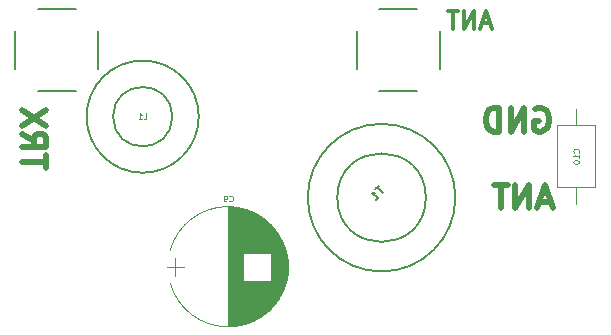
<source format=gbo>
G04 #@! TF.GenerationSoftware,KiCad,Pcbnew,5.1.4+dfsg1-1~bpo10+1*
G04 #@! TF.CreationDate,2019-10-02T20:55:18+02:00*
G04 #@! TF.ProjectId,iak-swr-meter,69616b2d-7377-4722-9d6d-657465722e6b,rev?*
G04 #@! TF.SameCoordinates,Original*
G04 #@! TF.FileFunction,Legend,Bot*
G04 #@! TF.FilePolarity,Positive*
%FSLAX46Y46*%
G04 Gerber Fmt 4.6, Leading zero omitted, Abs format (unit mm)*
G04 Created by KiCad (PCBNEW 5.1.4+dfsg1-1~bpo10+1) date 2019-10-02 20:55:18*
%MOMM*%
%LPD*%
G04 APERTURE LIST*
%ADD10C,0.375000*%
%ADD11C,0.500000*%
%ADD12C,0.150000*%
%ADD13C,0.120000*%
%ADD14C,0.200000*%
%ADD15C,0.125000*%
%ADD16C,0.100000*%
G04 APERTURE END LIST*
D10*
X46714285Y14750000D02*
X46000000Y14750000D01*
X46857142Y14321428D02*
X46357142Y15821428D01*
X45857142Y14321428D01*
X45357142Y14321428D02*
X45357142Y15821428D01*
X44500000Y14321428D01*
X44500000Y15821428D01*
X44000000Y15821428D02*
X43142857Y15821428D01*
X43571428Y14321428D02*
X43571428Y15821428D01*
D11*
X9095238Y2476190D02*
X9095238Y3619047D01*
X7095238Y3047619D02*
X9095238Y3047619D01*
X7095238Y5428571D02*
X8047619Y4761904D01*
X7095238Y4285714D02*
X9095238Y4285714D01*
X9095238Y5047619D01*
X9000000Y5238095D01*
X8904761Y5333333D01*
X8714285Y5428571D01*
X8428571Y5428571D01*
X8238095Y5333333D01*
X8142857Y5238095D01*
X8047619Y5047619D01*
X8047619Y4285714D01*
X9095238Y6095238D02*
X7095238Y7428571D01*
X9095238Y7428571D02*
X7095238Y6095238D01*
X50523809Y7500000D02*
X50714285Y7595238D01*
X51000000Y7595238D01*
X51285714Y7500000D01*
X51476190Y7309523D01*
X51571428Y7119047D01*
X51666666Y6738095D01*
X51666666Y6452380D01*
X51571428Y6071428D01*
X51476190Y5880952D01*
X51285714Y5690476D01*
X51000000Y5595238D01*
X50809523Y5595238D01*
X50523809Y5690476D01*
X50428571Y5785714D01*
X50428571Y6452380D01*
X50809523Y6452380D01*
X49571428Y5595238D02*
X49571428Y7595238D01*
X48428571Y5595238D01*
X48428571Y7595238D01*
X47476190Y5595238D02*
X47476190Y7595238D01*
X47000000Y7595238D01*
X46714285Y7500000D01*
X46523809Y7309523D01*
X46428571Y7119047D01*
X46333333Y6738095D01*
X46333333Y6452380D01*
X46428571Y6071428D01*
X46523809Y5880952D01*
X46714285Y5690476D01*
X47000000Y5595238D01*
X47476190Y5595238D01*
X51785714Y-333333D02*
X50833333Y-333333D01*
X51976190Y-904761D02*
X51309523Y1095238D01*
X50642857Y-904761D01*
X49976190Y-904761D02*
X49976190Y1095238D01*
X48833333Y-904761D01*
X48833333Y1095238D01*
X48166666Y1095238D02*
X47023809Y1095238D01*
X47595238Y-904761D02*
X47595238Y1095238D01*
D12*
X37320000Y9000000D02*
X40520000Y9000000D01*
X42420000Y10900000D02*
X42420000Y14100000D01*
X40520000Y16000000D02*
X37320000Y16000000D01*
X35420000Y10900000D02*
X35420000Y14100000D01*
D13*
X54000000Y7520000D02*
X54000000Y6110000D01*
X54000000Y-520000D02*
X54000000Y890000D01*
X55610000Y6110000D02*
X55610000Y890000D01*
X52390000Y6110000D02*
X55610000Y6110000D01*
X52390000Y890000D02*
X52390000Y6110000D01*
X55610000Y890000D02*
X52390000Y890000D01*
D14*
X41249999Y0D02*
G75*
G03X41249999Y0I-3749999J0D01*
G01*
X43749999Y0D02*
G75*
G03X43749999Y0I-6249999J0D01*
G01*
D12*
X19784469Y6858000D02*
G75*
G03X19784469Y6858000I-2512469J0D01*
G01*
X22022000Y6858000D02*
G75*
G03X22022000Y6858000I-4750000J0D01*
G01*
X11600000Y16000000D02*
X8400000Y16000000D01*
X6500000Y14100000D02*
X6500000Y10900000D01*
X8400000Y9000000D02*
X11600000Y9000000D01*
X13500000Y14100000D02*
X13500000Y10900000D01*
D13*
X20046400Y-6592000D02*
X20046400Y-5092000D01*
X19296400Y-5842000D02*
X20796400Y-5842000D01*
X29577400Y-6121000D02*
X29577400Y-5563000D01*
X29537400Y-6514000D02*
X29537400Y-5170000D01*
X29497400Y-6755000D02*
X29497400Y-4929000D01*
X29457400Y-6946000D02*
X29457400Y-4738000D01*
X29417400Y-7107000D02*
X29417400Y-4577000D01*
X29377400Y-7249000D02*
X29377400Y-4435000D01*
X29337400Y-7378000D02*
X29337400Y-4306000D01*
X29297400Y-7496000D02*
X29297400Y-4188000D01*
X29257400Y-7605000D02*
X29257400Y-4079000D01*
X29217400Y-7708000D02*
X29217400Y-3976000D01*
X29177400Y-7804000D02*
X29177400Y-3880000D01*
X29137400Y-7895000D02*
X29137400Y-3789000D01*
X29097400Y-7982000D02*
X29097400Y-3702000D01*
X29057400Y-8064000D02*
X29057400Y-3620000D01*
X29017400Y-8143000D02*
X29017400Y-3541000D01*
X28977400Y-8219000D02*
X28977400Y-3465000D01*
X28937400Y-8291000D02*
X28937400Y-3393000D01*
X28897400Y-8361000D02*
X28897400Y-3323000D01*
X28857400Y-8429000D02*
X28857400Y-3255000D01*
X28817400Y-8494000D02*
X28817400Y-3190000D01*
X28777400Y-8557000D02*
X28777400Y-3127000D01*
X28737400Y-8619000D02*
X28737400Y-3065000D01*
X28697400Y-8678000D02*
X28697400Y-3006000D01*
X28657400Y-8736000D02*
X28657400Y-2948000D01*
X28617400Y-8791000D02*
X28617400Y-2893000D01*
X28577400Y-8846000D02*
X28577400Y-2838000D01*
X28537400Y-8899000D02*
X28537400Y-2785000D01*
X28497400Y-8950000D02*
X28497400Y-2734000D01*
X28457400Y-9000000D02*
X28457400Y-2684000D01*
X28417400Y-9049000D02*
X28417400Y-2635000D01*
X28377400Y-9097000D02*
X28377400Y-2587000D01*
X28337400Y-9144000D02*
X28337400Y-2540000D01*
X28297400Y-9189000D02*
X28297400Y-2495000D01*
X28257400Y-9233000D02*
X28257400Y-2451000D01*
X28217400Y-9277000D02*
X28217400Y-2407000D01*
X28177400Y-9319000D02*
X28177400Y-2365000D01*
X28137400Y-4661000D02*
X28137400Y-2324000D01*
X28137400Y-9360000D02*
X28137400Y-7023000D01*
X28097400Y-4661000D02*
X28097400Y-2283000D01*
X28097400Y-9401000D02*
X28097400Y-7023000D01*
X28057400Y-4661000D02*
X28057400Y-2244000D01*
X28057400Y-9440000D02*
X28057400Y-7023000D01*
X28017400Y-4661000D02*
X28017400Y-2205000D01*
X28017400Y-9479000D02*
X28017400Y-7023000D01*
X27977400Y-4661000D02*
X27977400Y-2167000D01*
X27977400Y-9517000D02*
X27977400Y-7023000D01*
X27937400Y-4661000D02*
X27937400Y-2130000D01*
X27937400Y-9554000D02*
X27937400Y-7023000D01*
X27897400Y-4661000D02*
X27897400Y-2094000D01*
X27897400Y-9590000D02*
X27897400Y-7023000D01*
X27857400Y-4661000D02*
X27857400Y-2058000D01*
X27857400Y-9626000D02*
X27857400Y-7023000D01*
X27817400Y-4661000D02*
X27817400Y-2023000D01*
X27817400Y-9661000D02*
X27817400Y-7023000D01*
X27777400Y-4661000D02*
X27777400Y-1989000D01*
X27777400Y-9695000D02*
X27777400Y-7023000D01*
X27737400Y-4661000D02*
X27737400Y-1956000D01*
X27737400Y-9728000D02*
X27737400Y-7023000D01*
X27697400Y-4661000D02*
X27697400Y-1923000D01*
X27697400Y-9761000D02*
X27697400Y-7023000D01*
X27657400Y-4661000D02*
X27657400Y-1891000D01*
X27657400Y-9793000D02*
X27657400Y-7023000D01*
X27617400Y-4661000D02*
X27617400Y-1860000D01*
X27617400Y-9824000D02*
X27617400Y-7023000D01*
X27577400Y-4661000D02*
X27577400Y-1829000D01*
X27577400Y-9855000D02*
X27577400Y-7023000D01*
X27537400Y-4661000D02*
X27537400Y-1799000D01*
X27537400Y-9885000D02*
X27537400Y-7023000D01*
X27497400Y-4661000D02*
X27497400Y-1770000D01*
X27497400Y-9914000D02*
X27497400Y-7023000D01*
X27457400Y-4661000D02*
X27457400Y-1741000D01*
X27457400Y-9943000D02*
X27457400Y-7023000D01*
X27417400Y-4661000D02*
X27417400Y-1712000D01*
X27417400Y-9972000D02*
X27417400Y-7023000D01*
X27377400Y-4661000D02*
X27377400Y-1685000D01*
X27377400Y-9999000D02*
X27377400Y-7023000D01*
X27337400Y-4661000D02*
X27337400Y-1657000D01*
X27337400Y-10027000D02*
X27337400Y-7023000D01*
X27297400Y-4661000D02*
X27297400Y-1631000D01*
X27297400Y-10053000D02*
X27297400Y-7023000D01*
X27257400Y-4661000D02*
X27257400Y-1605000D01*
X27257400Y-10079000D02*
X27257400Y-7023000D01*
X27217400Y-4661000D02*
X27217400Y-1579000D01*
X27217400Y-10105000D02*
X27217400Y-7023000D01*
X27177400Y-4661000D02*
X27177400Y-1554000D01*
X27177400Y-10130000D02*
X27177400Y-7023000D01*
X27137400Y-4661000D02*
X27137400Y-1530000D01*
X27137400Y-10154000D02*
X27137400Y-7023000D01*
X27097400Y-4661000D02*
X27097400Y-1506000D01*
X27097400Y-10178000D02*
X27097400Y-7023000D01*
X27057400Y-4661000D02*
X27057400Y-1482000D01*
X27057400Y-10202000D02*
X27057400Y-7023000D01*
X27017400Y-4661000D02*
X27017400Y-1459000D01*
X27017400Y-10225000D02*
X27017400Y-7023000D01*
X26977400Y-4661000D02*
X26977400Y-1437000D01*
X26977400Y-10247000D02*
X26977400Y-7023000D01*
X26937400Y-4661000D02*
X26937400Y-1414000D01*
X26937400Y-10270000D02*
X26937400Y-7023000D01*
X26897400Y-4661000D02*
X26897400Y-1393000D01*
X26897400Y-10291000D02*
X26897400Y-7023000D01*
X26857400Y-4661000D02*
X26857400Y-1372000D01*
X26857400Y-10312000D02*
X26857400Y-7023000D01*
X26817400Y-4661000D02*
X26817400Y-1351000D01*
X26817400Y-10333000D02*
X26817400Y-7023000D01*
X26777400Y-4661000D02*
X26777400Y-1331000D01*
X26777400Y-10353000D02*
X26777400Y-7023000D01*
X26737400Y-4661000D02*
X26737400Y-1311000D01*
X26737400Y-10373000D02*
X26737400Y-7023000D01*
X26697400Y-4661000D02*
X26697400Y-1292000D01*
X26697400Y-10392000D02*
X26697400Y-7023000D01*
X26657400Y-4661000D02*
X26657400Y-1273000D01*
X26657400Y-10411000D02*
X26657400Y-7023000D01*
X26617400Y-4661000D02*
X26617400Y-1254000D01*
X26617400Y-10430000D02*
X26617400Y-7023000D01*
X26577400Y-4661000D02*
X26577400Y-1236000D01*
X26577400Y-10448000D02*
X26577400Y-7023000D01*
X26537400Y-4661000D02*
X26537400Y-1218000D01*
X26537400Y-10466000D02*
X26537400Y-7023000D01*
X26497400Y-4661000D02*
X26497400Y-1201000D01*
X26497400Y-10483000D02*
X26497400Y-7023000D01*
X26457400Y-4661000D02*
X26457400Y-1184000D01*
X26457400Y-10500000D02*
X26457400Y-7023000D01*
X26417400Y-4661000D02*
X26417400Y-1168000D01*
X26417400Y-10516000D02*
X26417400Y-7023000D01*
X26377400Y-4661000D02*
X26377400Y-1151000D01*
X26377400Y-10533000D02*
X26377400Y-7023000D01*
X26337400Y-4661000D02*
X26337400Y-1136000D01*
X26337400Y-10548000D02*
X26337400Y-7023000D01*
X26297400Y-4661000D02*
X26297400Y-1120000D01*
X26297400Y-10564000D02*
X26297400Y-7023000D01*
X26257400Y-4661000D02*
X26257400Y-1105000D01*
X26257400Y-10579000D02*
X26257400Y-7023000D01*
X26217400Y-4661000D02*
X26217400Y-1091000D01*
X26217400Y-10593000D02*
X26217400Y-7023000D01*
X26177400Y-4661000D02*
X26177400Y-1077000D01*
X26177400Y-10607000D02*
X26177400Y-7023000D01*
X26137400Y-4661000D02*
X26137400Y-1063000D01*
X26137400Y-10621000D02*
X26137400Y-7023000D01*
X26097400Y-4661000D02*
X26097400Y-1050000D01*
X26097400Y-10634000D02*
X26097400Y-7023000D01*
X26057400Y-4661000D02*
X26057400Y-1036000D01*
X26057400Y-10648000D02*
X26057400Y-7023000D01*
X26017400Y-4661000D02*
X26017400Y-1024000D01*
X26017400Y-10660000D02*
X26017400Y-7023000D01*
X25977400Y-4661000D02*
X25977400Y-1011000D01*
X25977400Y-10673000D02*
X25977400Y-7023000D01*
X25937400Y-4661000D02*
X25937400Y-999000D01*
X25937400Y-10685000D02*
X25937400Y-7023000D01*
X25897400Y-4661000D02*
X25897400Y-988000D01*
X25897400Y-10696000D02*
X25897400Y-7023000D01*
X25857400Y-4661000D02*
X25857400Y-977000D01*
X25857400Y-10707000D02*
X25857400Y-7023000D01*
X25817400Y-4661000D02*
X25817400Y-966000D01*
X25817400Y-10718000D02*
X25817400Y-7023000D01*
X25777400Y-10729000D02*
X25777400Y-955000D01*
X25737400Y-10739000D02*
X25737400Y-945000D01*
X25697400Y-10749000D02*
X25697400Y-935000D01*
X25657400Y-10759000D02*
X25657400Y-925000D01*
X25617400Y-10768000D02*
X25617400Y-916000D01*
X25577400Y-10777000D02*
X25577400Y-907000D01*
X25537400Y-10785000D02*
X25537400Y-899000D01*
X25497400Y-10793000D02*
X25497400Y-891000D01*
X25457400Y-10801000D02*
X25457400Y-883000D01*
X25417400Y-10809000D02*
X25417400Y-875000D01*
X25377400Y-10816000D02*
X25377400Y-868000D01*
X25337400Y-10823000D02*
X25337400Y-861000D01*
X25297400Y-10829000D02*
X25297400Y-855000D01*
X25257400Y-10835000D02*
X25257400Y-849000D01*
X25217400Y-10841000D02*
X25217400Y-843000D01*
X25176400Y-10847000D02*
X25176400Y-837000D01*
X25136400Y-10852000D02*
X25136400Y-832000D01*
X25096400Y-10857000D02*
X25096400Y-827000D01*
X25056400Y-10862000D02*
X25056400Y-822000D01*
X25016400Y-10866000D02*
X25016400Y-818000D01*
X24976400Y-10870000D02*
X24976400Y-814000D01*
X24936400Y-10873000D02*
X24936400Y-811000D01*
X24896400Y-10877000D02*
X24896400Y-807000D01*
X24856400Y-10880000D02*
X24856400Y-804000D01*
X24816400Y-10882000D02*
X24816400Y-802000D01*
X24776400Y-10885000D02*
X24776400Y-799000D01*
X24736400Y-10887000D02*
X24736400Y-797000D01*
X24696400Y-10889000D02*
X24696400Y-795000D01*
X24656400Y-10890000D02*
X24656400Y-794000D01*
X24616400Y-10891000D02*
X24616400Y-793000D01*
X24576400Y-10892000D02*
X24576400Y-792000D01*
X24536400Y-10892000D02*
X24536400Y-792000D01*
X24496400Y-10892000D02*
X24496400Y-792000D01*
X29394837Y-4458736D02*
G75*
G02X29395757Y-7222000I-4898437J-1383264D01*
G01*
X29394837Y-4458736D02*
G75*
G03X19597043Y-4462000I-4898437J-1383264D01*
G01*
X29394837Y-7225264D02*
G75*
G02X19597043Y-7222000I-4898437J1383264D01*
G01*
D15*
X54178571Y3821428D02*
X54202380Y3845238D01*
X54226190Y3916666D01*
X54226190Y3964285D01*
X54202380Y4035714D01*
X54154761Y4083333D01*
X54107142Y4107142D01*
X54011904Y4130952D01*
X53940476Y4130952D01*
X53845238Y4107142D01*
X53797619Y4083333D01*
X53750000Y4035714D01*
X53726190Y3964285D01*
X53726190Y3916666D01*
X53750000Y3845238D01*
X53773809Y3821428D01*
X54226190Y3345238D02*
X54226190Y3630952D01*
X54226190Y3488095D02*
X53726190Y3488095D01*
X53797619Y3535714D01*
X53845238Y3583333D01*
X53869047Y3630952D01*
X53726190Y3035714D02*
X53726190Y2988095D01*
X53750000Y2940476D01*
X53773809Y2916666D01*
X53821428Y2892857D01*
X53916666Y2869047D01*
X54035714Y2869047D01*
X54130952Y2892857D01*
X54178571Y2916666D01*
X54202380Y2940476D01*
X54226190Y2988095D01*
X54226190Y3035714D01*
X54202380Y3083333D01*
X54178571Y3107142D01*
X54130952Y3130952D01*
X54035714Y3154761D01*
X53916666Y3154761D01*
X53821428Y3130952D01*
X53773809Y3107142D01*
X53750000Y3083333D01*
X53726190Y3035714D01*
D12*
X37252513Y1001734D02*
X36969670Y718891D01*
X37606066Y365338D02*
X37111091Y860312D01*
X37040380Y-200347D02*
X37323223Y82495D01*
X37181802Y-58925D02*
X36686827Y436048D01*
X36804678Y412478D01*
X36898959Y412478D01*
X36969670Y436048D01*
D15*
X17355333Y6631809D02*
X17593428Y6631809D01*
X17593428Y7131809D01*
X16926761Y6631809D02*
X17212476Y6631809D01*
X17069619Y6631809D02*
X17069619Y7131809D01*
X17117238Y7060380D01*
X17164857Y7012761D01*
X17212476Y6988952D01*
D16*
X24594205Y-273207D02*
X24618014Y-297016D01*
X24689443Y-320826D01*
X24737062Y-320826D01*
X24808491Y-297016D01*
X24856110Y-249397D01*
X24879919Y-201778D01*
X24903729Y-106540D01*
X24903729Y-35112D01*
X24879919Y60125D01*
X24856110Y107744D01*
X24808491Y155364D01*
X24737062Y179173D01*
X24689443Y179173D01*
X24618014Y155364D01*
X24594205Y131554D01*
X24356110Y-320826D02*
X24260872Y-320826D01*
X24213252Y-297016D01*
X24189443Y-273207D01*
X24141824Y-201778D01*
X24118014Y-106540D01*
X24118014Y83935D01*
X24141824Y131554D01*
X24165633Y155364D01*
X24213252Y179173D01*
X24308491Y179173D01*
X24356110Y155364D01*
X24379919Y131554D01*
X24403729Y83935D01*
X24403729Y-35112D01*
X24379919Y-82731D01*
X24356110Y-106540D01*
X24308491Y-130350D01*
X24213252Y-130350D01*
X24165633Y-106540D01*
X24141824Y-82731D01*
X24118014Y-35112D01*
X24594205Y-273207D02*
X24618014Y-297016D01*
X24689443Y-320826D01*
X24737062Y-320826D01*
X24808491Y-297016D01*
X24856110Y-249397D01*
X24879919Y-201778D01*
X24903729Y-106540D01*
X24903729Y-35112D01*
X24879919Y60125D01*
X24856110Y107744D01*
X24808491Y155364D01*
X24737062Y179173D01*
X24689443Y179173D01*
X24618014Y155364D01*
X24594205Y131554D01*
X24356110Y-320826D02*
X24260872Y-320826D01*
X24213252Y-297016D01*
X24189443Y-273207D01*
X24141824Y-201778D01*
X24118014Y-106540D01*
X24118014Y83935D01*
X24141824Y131554D01*
X24165633Y155364D01*
X24213252Y179173D01*
X24308491Y179173D01*
X24356110Y155364D01*
X24379919Y131554D01*
X24403729Y83935D01*
X24403729Y-35112D01*
X24379919Y-82731D01*
X24356110Y-106540D01*
X24308491Y-130350D01*
X24213252Y-130350D01*
X24165633Y-106540D01*
X24141824Y-82731D01*
X24118014Y-35112D01*
M02*

</source>
